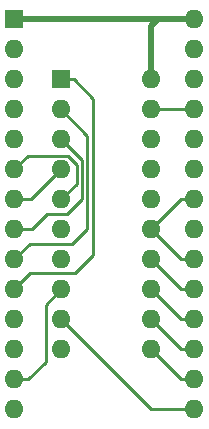
<source format=gbr>
G04 #@! TF.GenerationSoftware,KiCad,Pcbnew,(5.1.4)-1*
G04 #@! TF.CreationDate,2021-03-24T17:48:36-04:00*
G04 #@! TF.ProjectId,27c256_to_82s147,32376332-3536-45f7-946f-5f3832733134,rev?*
G04 #@! TF.SameCoordinates,Original*
G04 #@! TF.FileFunction,Copper,L1,Top*
G04 #@! TF.FilePolarity,Positive*
%FSLAX46Y46*%
G04 Gerber Fmt 4.6, Leading zero omitted, Abs format (unit mm)*
G04 Created by KiCad (PCBNEW (5.1.4)-1) date 2021-03-24 17:48:36*
%MOMM*%
%LPD*%
G04 APERTURE LIST*
%ADD10O,1.600000X1.600000*%
%ADD11R,1.600000X1.600000*%
%ADD12C,0.500000*%
%ADD13C,0.250000*%
G04 APERTURE END LIST*
D10*
X136600000Y-85110000D03*
X128980000Y-107970000D03*
X136600000Y-87650000D03*
X128980000Y-105430000D03*
X136600000Y-90190000D03*
X128980000Y-102890000D03*
X136600000Y-92730000D03*
X128980000Y-100350000D03*
X136600000Y-95270000D03*
X128980000Y-97810000D03*
X136600000Y-97810000D03*
X128980000Y-95270000D03*
X136600000Y-100350000D03*
X128980000Y-92730000D03*
X136600000Y-102890000D03*
X128980000Y-90190000D03*
X136600000Y-105430000D03*
X128980000Y-87650000D03*
X136600000Y-107970000D03*
D11*
X128980000Y-85110000D03*
D10*
X140265001Y-80025001D03*
X125025001Y-113045001D03*
X140265001Y-82565001D03*
X125025001Y-110505001D03*
X140265001Y-85105001D03*
X125025001Y-107965001D03*
X140265001Y-87645001D03*
X125025001Y-105425001D03*
X140265001Y-90185001D03*
X125025001Y-102885001D03*
X140265001Y-92725001D03*
X125025001Y-100345001D03*
X140265001Y-95265001D03*
X125025001Y-97805001D03*
X140265001Y-97805001D03*
X125025001Y-95265001D03*
X140265001Y-100345001D03*
X125025001Y-92725001D03*
X140265001Y-102885001D03*
X125025001Y-90185001D03*
X140265001Y-105425001D03*
X125025001Y-87645001D03*
X140265001Y-107965001D03*
X125025001Y-85105001D03*
X140265001Y-110505001D03*
X125025001Y-82565001D03*
X140265001Y-113045001D03*
D11*
X125025001Y-80025001D03*
D12*
X140265001Y-80025001D02*
X137174999Y-80025001D01*
X136600000Y-80600000D02*
X136600000Y-85110000D01*
X137174999Y-80025001D02*
X136600000Y-80600000D01*
X137174999Y-80025001D02*
X125025001Y-80025001D01*
D13*
X140260002Y-87650000D02*
X140265001Y-87645001D01*
X136600000Y-87650000D02*
X140260002Y-87650000D01*
X136595001Y-113045001D02*
X131230000Y-107680000D01*
X140265001Y-113045001D02*
X136595001Y-113045001D01*
X131230000Y-107680000D02*
X128980000Y-105430000D01*
X126194999Y-110505001D02*
X125025001Y-110505001D01*
X127660000Y-109040000D02*
X126194999Y-110505001D01*
X128980000Y-102890000D02*
X127660000Y-104210000D01*
X127660000Y-104210000D02*
X127660000Y-109040000D01*
X139144999Y-95265001D02*
X140265001Y-95265001D01*
X136600000Y-97810000D02*
X139144999Y-95265001D01*
X139135001Y-100345001D02*
X140265001Y-100345001D01*
X136600000Y-97810000D02*
X139135001Y-100345001D01*
X129520001Y-91604999D02*
X130300000Y-92384998D01*
X125025001Y-92725001D02*
X126145003Y-91604999D01*
X126145003Y-91604999D02*
X129520001Y-91604999D01*
X130300000Y-93950000D02*
X128980000Y-95270000D01*
X130300000Y-92384998D02*
X130300000Y-93950000D01*
X139135001Y-102885001D02*
X140265001Y-102885001D01*
X136600000Y-100350000D02*
X139135001Y-102885001D01*
X126444999Y-95265001D02*
X125025001Y-95265001D01*
X128980000Y-92730000D02*
X126444999Y-95265001D01*
X139135001Y-105425001D02*
X140265001Y-105425001D01*
X136600000Y-102890000D02*
X139135001Y-105425001D01*
X126524999Y-97805001D02*
X125025001Y-97805001D01*
X127780000Y-96550000D02*
X126524999Y-97805001D01*
X129450000Y-96550000D02*
X127780000Y-96550000D01*
X130750010Y-95249990D02*
X129450000Y-96550000D01*
X128980000Y-90190000D02*
X130750010Y-91960010D01*
X130750010Y-91960010D02*
X130750010Y-95249990D01*
X139135001Y-107965001D02*
X140265001Y-107965001D01*
X136600000Y-105430000D02*
X139135001Y-107965001D01*
X126350002Y-99020000D02*
X125025001Y-100345001D01*
X129930000Y-99020000D02*
X126350002Y-99020000D01*
X131200020Y-97749980D02*
X129930000Y-99020000D01*
X128980000Y-87650000D02*
X131200020Y-89870020D01*
X131200020Y-89870020D02*
X131200020Y-97749980D01*
X139135001Y-110505001D02*
X140265001Y-110505001D01*
X136600000Y-107970000D02*
X139135001Y-110505001D01*
X126370002Y-101540000D02*
X125025001Y-102885001D01*
X130120000Y-101540000D02*
X126370002Y-101540000D01*
X131650030Y-100009970D02*
X130120000Y-101540000D01*
X131650030Y-86730030D02*
X131650030Y-100009970D01*
X128980000Y-85110000D02*
X130030000Y-85110000D01*
X130030000Y-85110000D02*
X131650030Y-86730030D01*
M02*

</source>
